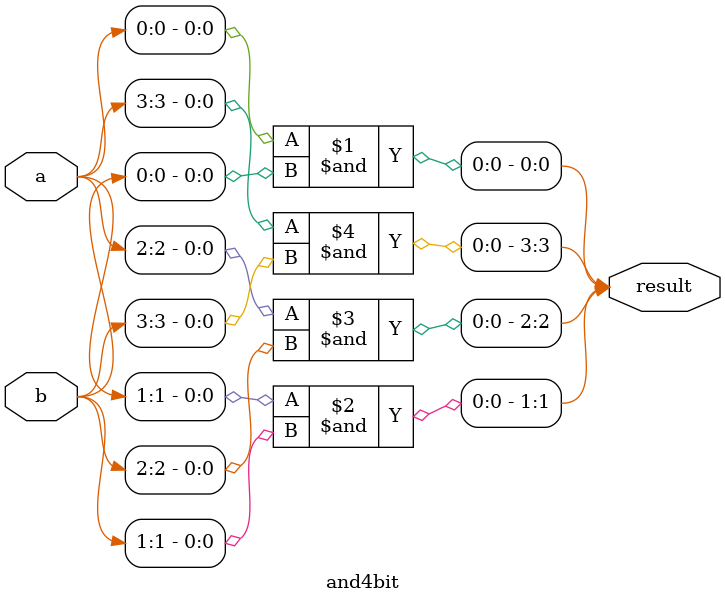
<source format=v>
module and4bit(output[3:0] result, input[3:0] a, input[3:0] b);

and and1(result[0], a[0], b[0]);
and and2(result[1], a[1], b[1]);
and and3(result[2], a[2], b[2]);
and and4(result[3], a[3], b[3]);

endmodule
</source>
